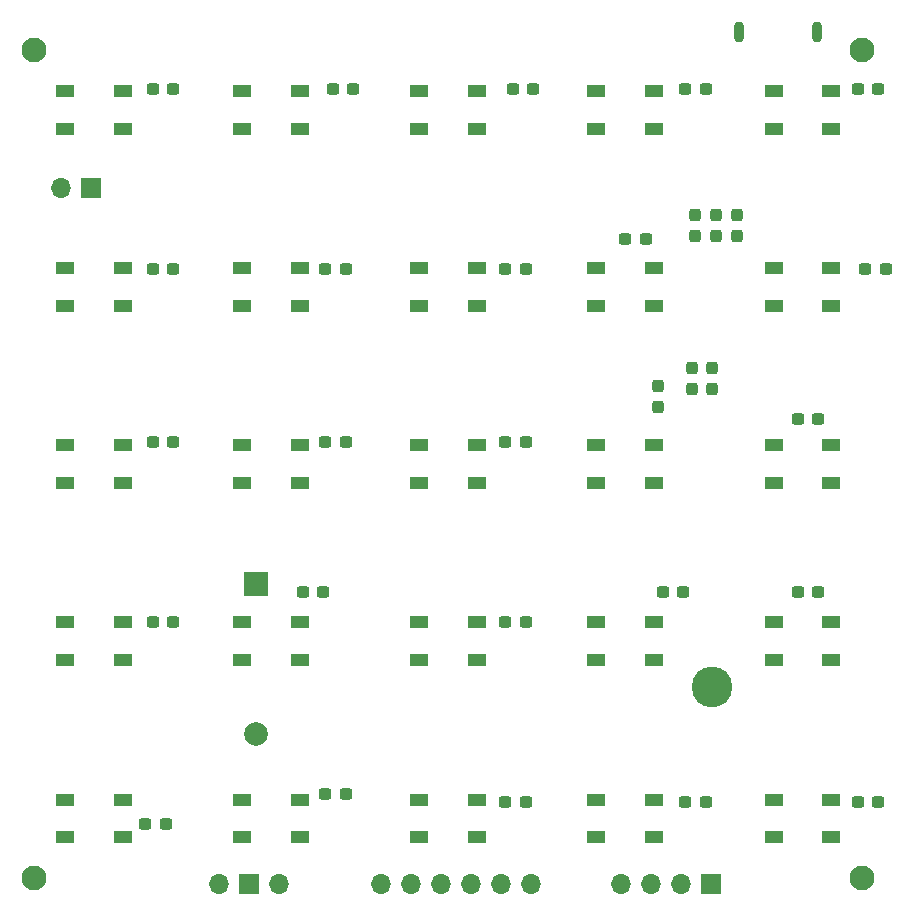
<source format=gbs>
G04 #@! TF.GenerationSoftware,KiCad,Pcbnew,(6.0.5)*
G04 #@! TF.CreationDate,2023-05-13T13:21:23-04:00*
G04 #@! TF.ProjectId,control_board,636f6e74-726f-46c5-9f62-6f6172642e6b,rev?*
G04 #@! TF.SameCoordinates,Original*
G04 #@! TF.FileFunction,Soldermask,Bot*
G04 #@! TF.FilePolarity,Negative*
%FSLAX46Y46*%
G04 Gerber Fmt 4.6, Leading zero omitted, Abs format (unit mm)*
G04 Created by KiCad (PCBNEW (6.0.5)) date 2023-05-13 13:21:23*
%MOMM*%
%LPD*%
G01*
G04 APERTURE LIST*
G04 Aperture macros list*
%AMRoundRect*
0 Rectangle with rounded corners*
0 $1 Rounding radius*
0 $2 $3 $4 $5 $6 $7 $8 $9 X,Y pos of 4 corners*
0 Add a 4 corners polygon primitive as box body*
4,1,4,$2,$3,$4,$5,$6,$7,$8,$9,$2,$3,0*
0 Add four circle primitives for the rounded corners*
1,1,$1+$1,$2,$3*
1,1,$1+$1,$4,$5*
1,1,$1+$1,$6,$7*
1,1,$1+$1,$8,$9*
0 Add four rect primitives between the rounded corners*
20,1,$1+$1,$2,$3,$4,$5,0*
20,1,$1+$1,$4,$5,$6,$7,0*
20,1,$1+$1,$6,$7,$8,$9,0*
20,1,$1+$1,$8,$9,$2,$3,0*%
G04 Aperture macros list end*
%ADD10RoundRect,0.237500X0.300000X0.237500X-0.300000X0.237500X-0.300000X-0.237500X0.300000X-0.237500X0*%
%ADD11RoundRect,0.237500X-0.300000X-0.237500X0.300000X-0.237500X0.300000X0.237500X-0.300000X0.237500X0*%
%ADD12RoundRect,0.237500X-0.237500X0.300000X-0.237500X-0.300000X0.237500X-0.300000X0.237500X0.300000X0*%
%ADD13R,1.500000X1.000000*%
%ADD14R,1.700000X1.700000*%
%ADD15O,1.700000X1.700000*%
%ADD16C,0.500000*%
%ADD17O,0.900000X1.800000*%
%ADD18C,2.100000*%
%ADD19C,3.450000*%
%ADD20R,2.000000X2.000000*%
%ADD21C,2.000000*%
%ADD22RoundRect,0.237500X0.237500X-0.300000X0.237500X0.300000X-0.237500X0.300000X-0.237500X-0.300000X0*%
G04 APERTURE END LIST*
D10*
X146277500Y-102235000D03*
X144552500Y-102235000D03*
X161517500Y-57150000D03*
X159792500Y-57150000D03*
X146912500Y-57150000D03*
X145187500Y-57150000D03*
X116432500Y-86995000D03*
X114707500Y-86995000D03*
X174397500Y-57150000D03*
X176122500Y-57150000D03*
X131037500Y-72390000D03*
X129312500Y-72390000D03*
D11*
X154712500Y-69850000D03*
X156437500Y-69850000D03*
D10*
X161517500Y-117475000D03*
X159792500Y-117475000D03*
D12*
X157480000Y-82322500D03*
X157480000Y-84047500D03*
D10*
X146277500Y-86995000D03*
X144552500Y-86995000D03*
X131037500Y-86995000D03*
X129312500Y-86995000D03*
X116432500Y-72390000D03*
X114707500Y-72390000D03*
X116432500Y-57150000D03*
X114707500Y-57150000D03*
X131672500Y-57150000D03*
X129947500Y-57150000D03*
X146277500Y-117475000D03*
X144552500Y-117475000D03*
X131037500Y-116840000D03*
X129312500Y-116840000D03*
X129132500Y-99695000D03*
X127407500Y-99695000D03*
X157887500Y-99695000D03*
X159612500Y-99695000D03*
X115797500Y-119380000D03*
X114072500Y-119380000D03*
X146277500Y-72390000D03*
X144552500Y-72390000D03*
X176757500Y-72390000D03*
X175032500Y-72390000D03*
D11*
X169317500Y-99695000D03*
X171042500Y-99695000D03*
D10*
X176122500Y-117475000D03*
X174397500Y-117475000D03*
D11*
X169317500Y-85090000D03*
X171042500Y-85090000D03*
D10*
X116432500Y-102235000D03*
X114707500Y-102235000D03*
D13*
X172150000Y-117300000D03*
X172150000Y-120500000D03*
X167250000Y-120500000D03*
X167250000Y-117300000D03*
X157150000Y-117300000D03*
X157150000Y-120500000D03*
X152250000Y-120500000D03*
X152250000Y-117300000D03*
X142150000Y-117300000D03*
X142150000Y-120500000D03*
X137250000Y-120500000D03*
X137250000Y-117300000D03*
X127150000Y-117300000D03*
X127150000Y-120500000D03*
X122250000Y-120500000D03*
X122250000Y-117300000D03*
X112150000Y-117300000D03*
X112150000Y-120500000D03*
X107250000Y-120500000D03*
X107250000Y-117300000D03*
X172150000Y-102300000D03*
X172150000Y-105500000D03*
X167250000Y-105500000D03*
X167250000Y-102300000D03*
X157150000Y-102300000D03*
X157150000Y-105500000D03*
X152250000Y-105500000D03*
X152250000Y-102300000D03*
X142150000Y-102300000D03*
X142150000Y-105500000D03*
X137250000Y-105500000D03*
X137250000Y-102300000D03*
X127150000Y-102300000D03*
X127150000Y-105500000D03*
X122250000Y-105500000D03*
X122250000Y-102300000D03*
X112150000Y-102300000D03*
X112150000Y-105500000D03*
X107250000Y-105500000D03*
X107250000Y-102300000D03*
X172150000Y-87300000D03*
X172150000Y-90500000D03*
X167250000Y-90500000D03*
X167250000Y-87300000D03*
X157150000Y-87300000D03*
X157150000Y-90500000D03*
X152250000Y-90500000D03*
X152250000Y-87300000D03*
X142150000Y-87300000D03*
X142150000Y-90500000D03*
X137250000Y-90500000D03*
X137250000Y-87300000D03*
X127150000Y-87300000D03*
X127150000Y-90500000D03*
X122250000Y-90500000D03*
X122250000Y-87300000D03*
X112150000Y-87300000D03*
X112150000Y-90500000D03*
X107250000Y-90500000D03*
X107250000Y-87300000D03*
X172150000Y-72300000D03*
X172150000Y-75500000D03*
X167250000Y-75500000D03*
X167250000Y-72300000D03*
X157150000Y-72300000D03*
X157150000Y-75500000D03*
X152250000Y-75500000D03*
X152250000Y-72300000D03*
X142150000Y-72300000D03*
X142150000Y-75500000D03*
X137250000Y-75500000D03*
X137250000Y-72300000D03*
X127150000Y-72300000D03*
X127150000Y-75500000D03*
X122250000Y-75500000D03*
X122250000Y-72300000D03*
X112150000Y-72300000D03*
X112150000Y-75500000D03*
X107250000Y-75500000D03*
X107250000Y-72300000D03*
X172150000Y-57300000D03*
X172150000Y-60500000D03*
X167250000Y-60500000D03*
X167250000Y-57300000D03*
X157150000Y-57300000D03*
X157150000Y-60500000D03*
X152250000Y-60500000D03*
X152250000Y-57300000D03*
X142150000Y-57300000D03*
X142150000Y-60500000D03*
X137250000Y-60500000D03*
X137250000Y-57300000D03*
X127150000Y-57300000D03*
X127150000Y-60500000D03*
X122250000Y-60500000D03*
X122250000Y-57300000D03*
X107250000Y-57300000D03*
X107250000Y-60500000D03*
X112150000Y-60500000D03*
X112150000Y-57300000D03*
D14*
X161925000Y-124460000D03*
D15*
X159385000Y-124460000D03*
X156845000Y-124460000D03*
X154305000Y-124460000D03*
D16*
X164318250Y-52324000D03*
X170918250Y-52324000D03*
D17*
X164318250Y-52324000D03*
X170918250Y-52324000D03*
D18*
X174752000Y-53848000D03*
D19*
X162030000Y-107760000D03*
D20*
X123420000Y-99060000D03*
D21*
X123420000Y-111760000D03*
D15*
X125365000Y-124460000D03*
D14*
X122825000Y-124460000D03*
D15*
X120285000Y-124460000D03*
D18*
X104648000Y-123952000D03*
D15*
X146685000Y-124460000D03*
X144145000Y-124460000D03*
X141605000Y-124460000D03*
X139065000Y-124460000D03*
X136525000Y-124460000D03*
X133985000Y-124460000D03*
D14*
X109479000Y-65532000D03*
D15*
X106939000Y-65532000D03*
D18*
X104648000Y-53848000D03*
X174752000Y-123952000D03*
D22*
X160560000Y-69564000D03*
X160560000Y-67839000D03*
X164116000Y-69564000D03*
X164116000Y-67839000D03*
D12*
X160306000Y-80793000D03*
X160306000Y-82518000D03*
X162076000Y-82518000D03*
X162076000Y-80793000D03*
D22*
X162338000Y-69564000D03*
X162338000Y-67839000D03*
M02*

</source>
